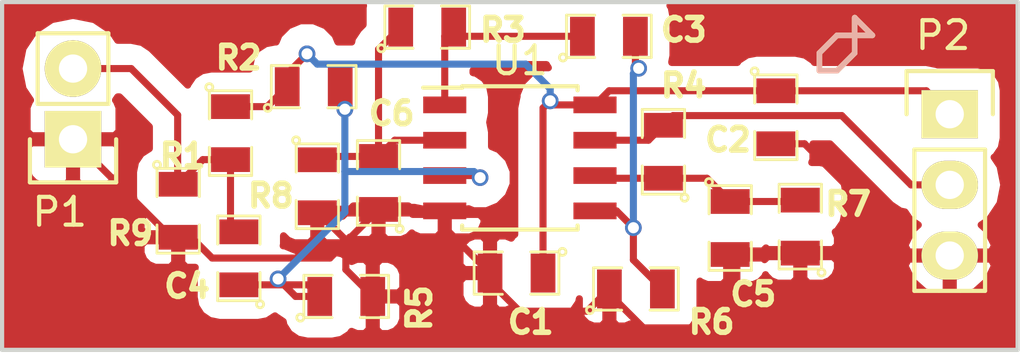
<source format=kicad_pcb>
(kicad_pcb (version 4) (host pcbnew 4.0.4+e1-6308~48~ubuntu16.04.1-stable)

  (general
    (links 34)
    (no_connects 0)
    (area 113.424999 98.334469 150.361619 111.4604)
    (thickness 1.6)
    (drawings 21)
    (tracks 108)
    (zones 0)
    (modules 18)
    (nets 10)
  )

  (page A4)
  (layers
    (0 F.Cu signal)
    (31 B.Cu signal)
    (32 B.Adhes user)
    (33 F.Adhes user)
    (34 B.Paste user)
    (35 F.Paste user)
    (36 B.SilkS user)
    (37 F.SilkS user)
    (38 B.Mask user)
    (39 F.Mask user)
    (40 Dwgs.User user)
    (41 Cmts.User user)
    (42 Eco1.User user)
    (43 Eco2.User user)
    (44 Edge.Cuts user)
    (45 Margin user)
    (46 B.CrtYd user)
    (47 F.CrtYd user)
    (48 B.Fab user)
    (49 F.Fab user)
  )

  (setup
    (last_trace_width 0.254)
    (trace_clearance 0.254)
    (zone_clearance 0.762)
    (zone_45_only no)
    (trace_min 0.2)
    (segment_width 0.2)
    (edge_width 0.15)
    (via_size 0.6)
    (via_drill 0.4)
    (via_min_size 0.4)
    (via_min_drill 0.3)
    (uvia_size 0.3)
    (uvia_drill 0.1)
    (uvias_allowed no)
    (uvia_min_size 0)
    (uvia_min_drill 0)
    (pcb_text_width 0.3)
    (pcb_text_size 1.5 1.5)
    (mod_edge_width 0.15)
    (mod_text_size 1 1)
    (mod_text_width 0.15)
    (pad_size 1.524 1.524)
    (pad_drill 0.762)
    (pad_to_mask_clearance 0.2)
    (aux_axis_origin 0 0)
    (visible_elements FFFFFF7F)
    (pcbplotparams
      (layerselection 0x010f8_80000001)
      (usegerberextensions false)
      (excludeedgelayer true)
      (linewidth 0.100000)
      (plotframeref false)
      (viasonmask false)
      (mode 1)
      (useauxorigin false)
      (hpglpennumber 1)
      (hpglpenspeed 20)
      (hpglpendiameter 15)
      (hpglpenoverlay 2)
      (psnegative false)
      (psa4output false)
      (plotreference true)
      (plotvalue true)
      (plotinvisibletext false)
      (padsonsilk false)
      (subtractmaskfromsilk false)
      (outputformat 1)
      (mirror false)
      (drillshape 0)
      (scaleselection 1)
      (outputdirectory vivefront))
  )

  (net 0 "")
  (net 1 +5V)
  (net 2 GND)
  (net 3 "Net-(C3-Pad1)")
  (net 4 "Net-(C3-Pad2)")
  (net 5 "Net-(C4-Pad1)")
  (net 6 "Net-(C4-Pad2)")
  (net 7 "Net-(C5-Pad1)")
  (net 8 "Net-(C6-Pad2)")
  (net 9 "Net-(P2-Pad2)")

  (net_class Default "This is the default net class."
    (clearance 0.254)
    (trace_width 0.254)
    (via_dia 0.6)
    (via_drill 0.4)
    (uvia_dia 0.3)
    (uvia_drill 0.1)
    (add_net +5V)
    (add_net GND)
    (add_net "Net-(C3-Pad1)")
    (add_net "Net-(C3-Pad2)")
    (add_net "Net-(C4-Pad1)")
    (add_net "Net-(C4-Pad2)")
    (add_net "Net-(C5-Pad1)")
    (add_net "Net-(C6-Pad2)")
    (add_net "Net-(P2-Pad2)")
  )

  (module SM0805 (layer F.Cu) (tedit 587DC488) (tstamp 588A99F7)
    (at 131.99 108.24 180)
    (path /587DCE00)
    (attr smd)
    (fp_text reference C1 (at -0.51 -1.76 360) (layer F.SilkS)
      (effects (font (size 0.8128 0.8128) (thickness 0.2032)))
    )
    (fp_text value C (at -0.55 1.72 270) (layer Eco2.User)
      (effects (font (size 0.8128 0.8128) (thickness 0.2032)))
    )
    (fp_circle (center -1.651 0.762) (end -1.651 0.635) (layer F.SilkS) (width 0.09906))
    (fp_line (start -0.508 0.762) (end -1.524 0.762) (layer F.SilkS) (width 0.09906))
    (fp_line (start -1.524 0.762) (end -1.524 -0.762) (layer F.SilkS) (width 0.09906))
    (fp_line (start -1.524 -0.762) (end -0.508 -0.762) (layer F.SilkS) (width 0.09906))
    (fp_line (start 0.508 -0.762) (end 1.524 -0.762) (layer F.SilkS) (width 0.09906))
    (fp_line (start 1.524 -0.762) (end 1.524 0.762) (layer F.SilkS) (width 0.09906))
    (fp_line (start 1.524 0.762) (end 0.508 0.762) (layer F.SilkS) (width 0.09906))
    (pad 1 smd rect (at -0.9525 0 180) (size 0.889 1.397) (layers F.Cu F.Paste F.Mask)
      (net 1 +5V))
    (pad 2 smd rect (at 0.9525 0 180) (size 0.889 1.397) (layers F.Cu F.Paste F.Mask)
      (net 2 GND))
    (model smd/chip_cms.wrl
      (at (xyz 0 0 0))
      (scale (xyz 0.1 0.1 0.1))
      (rotate (xyz 0 0 0))
    )
  )

  (module SM0805 (layer F.Cu) (tedit 57CB2219) (tstamp 588A9A04)
    (at 141.31 102.64 270)
    (path /587DCE60)
    (attr smd)
    (fp_text reference C2 (at 0.81 1.72 360) (layer F.SilkS)
      (effects (font (size 0.8128 0.8128) (thickness 0.2032)))
    )
    (fp_text value C (at -0.55 1.72 360) (layer Eco2.User)
      (effects (font (size 0.8128 0.8128) (thickness 0.2032)))
    )
    (fp_circle (center -1.651 0.762) (end -1.651 0.635) (layer F.SilkS) (width 0.09906))
    (fp_line (start -0.508 0.762) (end -1.524 0.762) (layer F.SilkS) (width 0.09906))
    (fp_line (start -1.524 0.762) (end -1.524 -0.762) (layer F.SilkS) (width 0.09906))
    (fp_line (start -1.524 -0.762) (end -0.508 -0.762) (layer F.SilkS) (width 0.09906))
    (fp_line (start 0.508 -0.762) (end 1.524 -0.762) (layer F.SilkS) (width 0.09906))
    (fp_line (start 1.524 -0.762) (end 1.524 0.762) (layer F.SilkS) (width 0.09906))
    (fp_line (start 1.524 0.762) (end 0.508 0.762) (layer F.SilkS) (width 0.09906))
    (pad 1 smd rect (at -0.9525 0 270) (size 0.889 1.397) (layers F.Cu F.Paste F.Mask)
      (net 1 +5V))
    (pad 2 smd rect (at 0.9525 0 270) (size 0.889 1.397) (layers F.Cu F.Paste F.Mask)
      (net 2 GND))
    (model smd/chip_cms.wrl
      (at (xyz 0 0 0))
      (scale (xyz 0.1 0.1 0.1))
      (rotate (xyz 0 0 0))
    )
  )

  (module SM0805 (layer F.Cu) (tedit 587DC496) (tstamp 588A9A11)
    (at 135.31 99.73)
    (path /587DCBC2)
    (attr smd)
    (fp_text reference C3 (at 2.69 -0.23 180) (layer F.SilkS)
      (effects (font (size 0.8128 0.8128) (thickness 0.2032)))
    )
    (fp_text value C (at -0.55 1.72 90) (layer Eco2.User)
      (effects (font (size 0.8128 0.8128) (thickness 0.2032)))
    )
    (fp_circle (center -1.651 0.762) (end -1.651 0.635) (layer F.SilkS) (width 0.09906))
    (fp_line (start -0.508 0.762) (end -1.524 0.762) (layer F.SilkS) (width 0.09906))
    (fp_line (start -1.524 0.762) (end -1.524 -0.762) (layer F.SilkS) (width 0.09906))
    (fp_line (start -1.524 -0.762) (end -0.508 -0.762) (layer F.SilkS) (width 0.09906))
    (fp_line (start 0.508 -0.762) (end 1.524 -0.762) (layer F.SilkS) (width 0.09906))
    (fp_line (start 1.524 -0.762) (end 1.524 0.762) (layer F.SilkS) (width 0.09906))
    (fp_line (start 1.524 0.762) (end 0.508 0.762) (layer F.SilkS) (width 0.09906))
    (pad 1 smd rect (at -0.9525 0) (size 0.889 1.397) (layers F.Cu F.Paste F.Mask)
      (net 3 "Net-(C3-Pad1)"))
    (pad 2 smd rect (at 0.9525 0) (size 0.889 1.397) (layers F.Cu F.Paste F.Mask)
      (net 4 "Net-(C3-Pad2)"))
    (model smd/chip_cms.wrl
      (at (xyz 0 0 0))
      (scale (xyz 0.1 0.1 0.1))
      (rotate (xyz 0 0 0))
    )
  )

  (module SM0805 (layer F.Cu) (tedit 587DC3E7) (tstamp 588A9A1E)
    (at 122.01 107.71 90)
    (path /587DC404)
    (attr smd)
    (fp_text reference C4 (at -1 -1.86 180) (layer F.SilkS)
      (effects (font (size 0.8128 0.8128) (thickness 0.2032)))
    )
    (fp_text value C (at -0.55 1.72 180) (layer Eco2.User)
      (effects (font (size 0.8128 0.8128) (thickness 0.2032)))
    )
    (fp_circle (center -1.651 0.762) (end -1.651 0.635) (layer F.SilkS) (width 0.09906))
    (fp_line (start -0.508 0.762) (end -1.524 0.762) (layer F.SilkS) (width 0.09906))
    (fp_line (start -1.524 0.762) (end -1.524 -0.762) (layer F.SilkS) (width 0.09906))
    (fp_line (start -1.524 -0.762) (end -0.508 -0.762) (layer F.SilkS) (width 0.09906))
    (fp_line (start 0.508 -0.762) (end 1.524 -0.762) (layer F.SilkS) (width 0.09906))
    (fp_line (start 1.524 -0.762) (end 1.524 0.762) (layer F.SilkS) (width 0.09906))
    (fp_line (start 1.524 0.762) (end 0.508 0.762) (layer F.SilkS) (width 0.09906))
    (pad 1 smd rect (at -0.9525 0 90) (size 0.889 1.397) (layers F.Cu F.Paste F.Mask)
      (net 5 "Net-(C4-Pad1)"))
    (pad 2 smd rect (at 0.9525 0 90) (size 0.889 1.397) (layers F.Cu F.Paste F.Mask)
      (net 6 "Net-(C4-Pad2)"))
    (model smd/chip_cms.wrl
      (at (xyz 0 0 0))
      (scale (xyz 0.1 0.1 0.1))
      (rotate (xyz 0 0 0))
    )
  )

  (module SM0805 (layer F.Cu) (tedit 587DC48D) (tstamp 588A9A2B)
    (at 139.67 106.62 270)
    (path /587DD379)
    (attr smd)
    (fp_text reference C5 (at 2.38 -0.83 360) (layer F.SilkS)
      (effects (font (size 0.8128 0.8128) (thickness 0.2032)))
    )
    (fp_text value C (at -0.55 1.72 360) (layer Eco2.User)
      (effects (font (size 0.8128 0.8128) (thickness 0.2032)))
    )
    (fp_circle (center -1.651 0.762) (end -1.651 0.635) (layer F.SilkS) (width 0.09906))
    (fp_line (start -0.508 0.762) (end -1.524 0.762) (layer F.SilkS) (width 0.09906))
    (fp_line (start -1.524 0.762) (end -1.524 -0.762) (layer F.SilkS) (width 0.09906))
    (fp_line (start -1.524 -0.762) (end -0.508 -0.762) (layer F.SilkS) (width 0.09906))
    (fp_line (start 0.508 -0.762) (end 1.524 -0.762) (layer F.SilkS) (width 0.09906))
    (fp_line (start 1.524 -0.762) (end 1.524 0.762) (layer F.SilkS) (width 0.09906))
    (fp_line (start 1.524 0.762) (end 0.508 0.762) (layer F.SilkS) (width 0.09906))
    (pad 1 smd rect (at -0.9525 0 270) (size 0.889 1.397) (layers F.Cu F.Paste F.Mask)
      (net 7 "Net-(C5-Pad1)"))
    (pad 2 smd rect (at 0.9525 0 270) (size 0.889 1.397) (layers F.Cu F.Paste F.Mask)
      (net 2 GND))
    (model smd/chip_cms.wrl
      (at (xyz 0 0 0))
      (scale (xyz 0.1 0.1 0.1))
      (rotate (xyz 0 0 0))
    )
  )

  (module SM0805 (layer F.Cu) (tedit 587DC49D) (tstamp 588A9A38)
    (at 127.03 105 90)
    (path /587DC8CB)
    (attr smd)
    (fp_text reference C6 (at 2.5 0.47 180) (layer F.SilkS)
      (effects (font (size 0.8128 0.8128) (thickness 0.2032)))
    )
    (fp_text value C (at -0.55 1.72 180) (layer Eco2.User)
      (effects (font (size 0.8128 0.8128) (thickness 0.2032)))
    )
    (fp_circle (center -1.651 0.762) (end -1.651 0.635) (layer F.SilkS) (width 0.09906))
    (fp_line (start -0.508 0.762) (end -1.524 0.762) (layer F.SilkS) (width 0.09906))
    (fp_line (start -1.524 0.762) (end -1.524 -0.762) (layer F.SilkS) (width 0.09906))
    (fp_line (start -1.524 -0.762) (end -0.508 -0.762) (layer F.SilkS) (width 0.09906))
    (fp_line (start 0.508 -0.762) (end 1.524 -0.762) (layer F.SilkS) (width 0.09906))
    (fp_line (start 1.524 -0.762) (end 1.524 0.762) (layer F.SilkS) (width 0.09906))
    (fp_line (start 1.524 0.762) (end 0.508 0.762) (layer F.SilkS) (width 0.09906))
    (pad 1 smd rect (at -0.9525 0 90) (size 0.889 1.397) (layers F.Cu F.Paste F.Mask)
      (net 2 GND))
    (pad 2 smd rect (at 0.9525 0 90) (size 0.889 1.397) (layers F.Cu F.Paste F.Mask)
      (net 8 "Net-(C6-Pad2)"))
    (model smd/chip_cms.wrl
      (at (xyz 0 0 0))
      (scale (xyz 0.1 0.1 0.1))
      (rotate (xyz 0 0 0))
    )
  )

  (module Pin_Header_Straight_1x02 (layer F.Cu) (tedit 587DC4D0) (tstamp 588A9A49)
    (at 116.05 103.43 180)
    (descr "Through hole pin header")
    (tags "pin header")
    (path /587DC1AA)
    (fp_text reference P1 (at 0.48 -2.615 180) (layer F.SilkS)
      (effects (font (size 1 1) (thickness 0.15)))
    )
    (fp_text value PD (at 0 -3.1 180) (layer F.Fab)
      (effects (font (size 1 1) (thickness 0.15)))
    )
    (fp_line (start 1.27 1.27) (end 1.27 3.81) (layer F.SilkS) (width 0.15))
    (fp_line (start 1.55 -1.55) (end 1.55 0) (layer F.SilkS) (width 0.15))
    (fp_line (start -1.75 -1.75) (end -1.75 4.3) (layer F.CrtYd) (width 0.05))
    (fp_line (start 1.75 -1.75) (end 1.75 4.3) (layer F.CrtYd) (width 0.05))
    (fp_line (start -1.75 -1.75) (end 1.75 -1.75) (layer F.CrtYd) (width 0.05))
    (fp_line (start -1.75 4.3) (end 1.75 4.3) (layer F.CrtYd) (width 0.05))
    (fp_line (start 1.27 1.27) (end -1.27 1.27) (layer F.SilkS) (width 0.15))
    (fp_line (start -1.55 0) (end -1.55 -1.55) (layer F.SilkS) (width 0.15))
    (fp_line (start -1.55 -1.55) (end 1.55 -1.55) (layer F.SilkS) (width 0.15))
    (fp_line (start -1.27 1.27) (end -1.27 3.81) (layer F.SilkS) (width 0.15))
    (fp_line (start -1.27 3.81) (end 1.27 3.81) (layer F.SilkS) (width 0.15))
    (pad 1 thru_hole rect (at 0 0 180) (size 2.032 2.032) (drill 1.016) (layers *.Cu *.Mask F.SilkS)
      (net 2 GND))
    (pad 2 thru_hole oval (at 0 2.54 180) (size 2.032 2.032) (drill 1.016) (layers *.Cu *.Mask F.SilkS)
      (net 6 "Net-(C4-Pad2)"))
    (model Pin_Headers.3dshapes/Pin_Header_Straight_1x02.wrl
      (at (xyz 0 -0.05 0))
      (scale (xyz 1 1 1))
      (rotate (xyz 0 0 90))
    )
  )

  (module SM0805 (layer F.Cu) (tedit 57CB2219) (tstamp 588A9A56)
    (at 121.71 103.21 270)
    (path /587DC207)
    (attr smd)
    (fp_text reference R1 (at 0.81 1.72 360) (layer F.SilkS)
      (effects (font (size 0.8128 0.8128) (thickness 0.2032)))
    )
    (fp_text value R (at -0.55 1.72 360) (layer Eco2.User)
      (effects (font (size 0.8128 0.8128) (thickness 0.2032)))
    )
    (fp_circle (center -1.651 0.762) (end -1.651 0.635) (layer F.SilkS) (width 0.09906))
    (fp_line (start -0.508 0.762) (end -1.524 0.762) (layer F.SilkS) (width 0.09906))
    (fp_line (start -1.524 0.762) (end -1.524 -0.762) (layer F.SilkS) (width 0.09906))
    (fp_line (start -1.524 -0.762) (end -0.508 -0.762) (layer F.SilkS) (width 0.09906))
    (fp_line (start 0.508 -0.762) (end 1.524 -0.762) (layer F.SilkS) (width 0.09906))
    (fp_line (start 1.524 -0.762) (end 1.524 0.762) (layer F.SilkS) (width 0.09906))
    (fp_line (start 1.524 0.762) (end 0.508 0.762) (layer F.SilkS) (width 0.09906))
    (pad 1 smd rect (at -0.9525 0 270) (size 0.889 1.397) (layers F.Cu F.Paste F.Mask)
      (net 1 +5V))
    (pad 2 smd rect (at 0.9525 0 270) (size 0.889 1.397) (layers F.Cu F.Paste F.Mask)
      (net 6 "Net-(C4-Pad2)"))
    (model smd/chip_cms.wrl
      (at (xyz 0 0 0))
      (scale (xyz 0.1 0.1 0.1))
      (rotate (xyz 0 0 0))
    )
  )

  (module SM0805 (layer F.Cu) (tedit 587DC4A0) (tstamp 588A9A63)
    (at 124.7 101.54)
    (path /587DC3BE)
    (attr smd)
    (fp_text reference R2 (at -2.7 -1.04 180) (layer F.SilkS)
      (effects (font (size 0.8128 0.8128) (thickness 0.2032)))
    )
    (fp_text value R (at -0.55 1.72 90) (layer Eco2.User)
      (effects (font (size 0.8128 0.8128) (thickness 0.2032)))
    )
    (fp_circle (center -1.651 0.762) (end -1.651 0.635) (layer F.SilkS) (width 0.09906))
    (fp_line (start -0.508 0.762) (end -1.524 0.762) (layer F.SilkS) (width 0.09906))
    (fp_line (start -1.524 0.762) (end -1.524 -0.762) (layer F.SilkS) (width 0.09906))
    (fp_line (start -1.524 -0.762) (end -0.508 -0.762) (layer F.SilkS) (width 0.09906))
    (fp_line (start 0.508 -0.762) (end 1.524 -0.762) (layer F.SilkS) (width 0.09906))
    (fp_line (start 1.524 -0.762) (end 1.524 0.762) (layer F.SilkS) (width 0.09906))
    (fp_line (start 1.524 0.762) (end 0.508 0.762) (layer F.SilkS) (width 0.09906))
    (pad 1 smd rect (at -0.9525 0) (size 0.889 1.397) (layers F.Cu F.Paste F.Mask)
      (net 1 +5V))
    (pad 2 smd rect (at 0.9525 0) (size 0.889 1.397) (layers F.Cu F.Paste F.Mask)
      (net 5 "Net-(C4-Pad1)"))
    (model smd/chip_cms.wrl
      (at (xyz 0 0 0))
      (scale (xyz 0.1 0.1 0.1))
      (rotate (xyz 0 0 0))
    )
  )

  (module SM0805 (layer F.Cu) (tedit 587DC499) (tstamp 588A9A70)
    (at 128.78 99.4)
    (path /587DC670)
    (attr smd)
    (fp_text reference R3 (at 2.72 0.1 180) (layer F.SilkS)
      (effects (font (size 0.8128 0.8128) (thickness 0.2032)))
    )
    (fp_text value R (at -0.55 1.72 90) (layer Eco2.User)
      (effects (font (size 0.8128 0.8128) (thickness 0.2032)))
    )
    (fp_circle (center -1.651 0.762) (end -1.651 0.635) (layer F.SilkS) (width 0.09906))
    (fp_line (start -0.508 0.762) (end -1.524 0.762) (layer F.SilkS) (width 0.09906))
    (fp_line (start -1.524 0.762) (end -1.524 -0.762) (layer F.SilkS) (width 0.09906))
    (fp_line (start -1.524 -0.762) (end -0.508 -0.762) (layer F.SilkS) (width 0.09906))
    (fp_line (start 0.508 -0.762) (end 1.524 -0.762) (layer F.SilkS) (width 0.09906))
    (fp_line (start 1.524 -0.762) (end 1.524 0.762) (layer F.SilkS) (width 0.09906))
    (fp_line (start 1.524 0.762) (end 0.508 0.762) (layer F.SilkS) (width 0.09906))
    (pad 1 smd rect (at -0.9525 0) (size 0.889 1.397) (layers F.Cu F.Paste F.Mask)
      (net 8 "Net-(C6-Pad2)"))
    (pad 2 smd rect (at 0.9525 0) (size 0.889 1.397) (layers F.Cu F.Paste F.Mask)
      (net 3 "Net-(C3-Pad1)"))
    (model smd/chip_cms.wrl
      (at (xyz 0 0 0))
      (scale (xyz 0.1 0.1 0.1))
      (rotate (xyz 0 0 0))
    )
  )

  (module SM0805 (layer F.Cu) (tedit 587DC493) (tstamp 588A9A7D)
    (at 137.27 103.88 90)
    (path /587DD2BD)
    (attr smd)
    (fp_text reference R4 (at 2.38 0.73 180) (layer F.SilkS)
      (effects (font (size 0.8128 0.8128) (thickness 0.2032)))
    )
    (fp_text value R (at -0.55 1.72 180) (layer Eco2.User)
      (effects (font (size 0.8128 0.8128) (thickness 0.2032)))
    )
    (fp_circle (center -1.651 0.762) (end -1.651 0.635) (layer F.SilkS) (width 0.09906))
    (fp_line (start -0.508 0.762) (end -1.524 0.762) (layer F.SilkS) (width 0.09906))
    (fp_line (start -1.524 0.762) (end -1.524 -0.762) (layer F.SilkS) (width 0.09906))
    (fp_line (start -1.524 -0.762) (end -0.508 -0.762) (layer F.SilkS) (width 0.09906))
    (fp_line (start 0.508 -0.762) (end 1.524 -0.762) (layer F.SilkS) (width 0.09906))
    (fp_line (start 1.524 -0.762) (end 1.524 0.762) (layer F.SilkS) (width 0.09906))
    (fp_line (start 1.524 0.762) (end 0.508 0.762) (layer F.SilkS) (width 0.09906))
    (pad 1 smd rect (at -0.9525 0 90) (size 0.889 1.397) (layers F.Cu F.Paste F.Mask)
      (net 7 "Net-(C5-Pad1)"))
    (pad 2 smd rect (at 0.9525 0 90) (size 0.889 1.397) (layers F.Cu F.Paste F.Mask)
      (net 9 "Net-(P2-Pad2)"))
    (model smd/chip_cms.wrl
      (at (xyz 0 0 0))
      (scale (xyz 0.1 0.1 0.1))
      (rotate (xyz 0 0 0))
    )
  )

  (module SM0805 (layer F.Cu) (tedit 587DC484) (tstamp 588A9A8A)
    (at 125.87 109.08)
    (path /587DC45C)
    (attr smd)
    (fp_text reference R5 (at 2.63 0.42 90) (layer F.SilkS)
      (effects (font (size 0.8128 0.8128) (thickness 0.2032)))
    )
    (fp_text value R (at -0.55 1.72 90) (layer Eco2.User)
      (effects (font (size 0.8128 0.8128) (thickness 0.2032)))
    )
    (fp_circle (center -1.651 0.762) (end -1.651 0.635) (layer F.SilkS) (width 0.09906))
    (fp_line (start -0.508 0.762) (end -1.524 0.762) (layer F.SilkS) (width 0.09906))
    (fp_line (start -1.524 0.762) (end -1.524 -0.762) (layer F.SilkS) (width 0.09906))
    (fp_line (start -1.524 -0.762) (end -0.508 -0.762) (layer F.SilkS) (width 0.09906))
    (fp_line (start 0.508 -0.762) (end 1.524 -0.762) (layer F.SilkS) (width 0.09906))
    (fp_line (start 1.524 -0.762) (end 1.524 0.762) (layer F.SilkS) (width 0.09906))
    (fp_line (start 1.524 0.762) (end 0.508 0.762) (layer F.SilkS) (width 0.09906))
    (pad 1 smd rect (at -0.9525 0) (size 0.889 1.397) (layers F.Cu F.Paste F.Mask)
      (net 5 "Net-(C4-Pad1)"))
    (pad 2 smd rect (at 0.9525 0) (size 0.889 1.397) (layers F.Cu F.Paste F.Mask)
      (net 2 GND))
    (model smd/chip_cms.wrl
      (at (xyz 0 0 0))
      (scale (xyz 0.1 0.1 0.1))
      (rotate (xyz 0 0 0))
    )
  )

  (module SM0805 (layer F.Cu) (tedit 587DC48B) (tstamp 588A9A97)
    (at 136.28 108.81)
    (path /587DCAFB)
    (attr smd)
    (fp_text reference R6 (at 2.72 1.19 180) (layer F.SilkS)
      (effects (font (size 0.8128 0.8128) (thickness 0.2032)))
    )
    (fp_text value R (at -0.55 1.72 90) (layer Eco2.User)
      (effects (font (size 0.8128 0.8128) (thickness 0.2032)))
    )
    (fp_circle (center -1.651 0.762) (end -1.651 0.635) (layer F.SilkS) (width 0.09906))
    (fp_line (start -0.508 0.762) (end -1.524 0.762) (layer F.SilkS) (width 0.09906))
    (fp_line (start -1.524 0.762) (end -1.524 -0.762) (layer F.SilkS) (width 0.09906))
    (fp_line (start -1.524 -0.762) (end -0.508 -0.762) (layer F.SilkS) (width 0.09906))
    (fp_line (start 0.508 -0.762) (end 1.524 -0.762) (layer F.SilkS) (width 0.09906))
    (fp_line (start 1.524 -0.762) (end 1.524 0.762) (layer F.SilkS) (width 0.09906))
    (fp_line (start 1.524 0.762) (end 0.508 0.762) (layer F.SilkS) (width 0.09906))
    (pad 1 smd rect (at -0.9525 0) (size 0.889 1.397) (layers F.Cu F.Paste F.Mask)
      (net 2 GND))
    (pad 2 smd rect (at 0.9525 0) (size 0.889 1.397) (layers F.Cu F.Paste F.Mask)
      (net 4 "Net-(C3-Pad2)"))
    (model smd/chip_cms.wrl
      (at (xyz 0 0 0))
      (scale (xyz 0.1 0.1 0.1))
      (rotate (xyz 0 0 0))
    )
  )

  (module SM0805 (layer F.Cu) (tedit 57CB2219) (tstamp 588A9AA4)
    (at 142.19 106.57 90)
    (path /587DD486)
    (attr smd)
    (fp_text reference R7 (at 0.81 1.72 180) (layer F.SilkS)
      (effects (font (size 0.8128 0.8128) (thickness 0.2032)))
    )
    (fp_text value R (at -0.55 1.72 180) (layer Eco2.User)
      (effects (font (size 0.8128 0.8128) (thickness 0.2032)))
    )
    (fp_circle (center -1.651 0.762) (end -1.651 0.635) (layer F.SilkS) (width 0.09906))
    (fp_line (start -0.508 0.762) (end -1.524 0.762) (layer F.SilkS) (width 0.09906))
    (fp_line (start -1.524 0.762) (end -1.524 -0.762) (layer F.SilkS) (width 0.09906))
    (fp_line (start -1.524 -0.762) (end -0.508 -0.762) (layer F.SilkS) (width 0.09906))
    (fp_line (start 0.508 -0.762) (end 1.524 -0.762) (layer F.SilkS) (width 0.09906))
    (fp_line (start 1.524 -0.762) (end 1.524 0.762) (layer F.SilkS) (width 0.09906))
    (fp_line (start 1.524 0.762) (end 0.508 0.762) (layer F.SilkS) (width 0.09906))
    (pad 1 smd rect (at -0.9525 0 90) (size 0.889 1.397) (layers F.Cu F.Paste F.Mask)
      (net 2 GND))
    (pad 2 smd rect (at 0.9525 0 90) (size 0.889 1.397) (layers F.Cu F.Paste F.Mask)
      (net 7 "Net-(C5-Pad1)"))
    (model smd/chip_cms.wrl
      (at (xyz 0 0 0))
      (scale (xyz 0.1 0.1 0.1))
      (rotate (xyz 0 0 0))
    )
  )

  (module SM0805 (layer F.Cu) (tedit 587DC3E8) (tstamp 588A9AB1)
    (at 124.83 105.12 270)
    (path /587DC787)
    (attr smd)
    (fp_text reference R8 (at 0.34 1.67 360) (layer F.SilkS)
      (effects (font (size 0.8128 0.8128) (thickness 0.2032)))
    )
    (fp_text value R (at -0.55 1.72 360) (layer Eco2.User)
      (effects (font (size 0.8128 0.8128) (thickness 0.2032)))
    )
    (fp_circle (center -1.651 0.762) (end -1.651 0.635) (layer F.SilkS) (width 0.09906))
    (fp_line (start -0.508 0.762) (end -1.524 0.762) (layer F.SilkS) (width 0.09906))
    (fp_line (start -1.524 0.762) (end -1.524 -0.762) (layer F.SilkS) (width 0.09906))
    (fp_line (start -1.524 -0.762) (end -0.508 -0.762) (layer F.SilkS) (width 0.09906))
    (fp_line (start 0.508 -0.762) (end 1.524 -0.762) (layer F.SilkS) (width 0.09906))
    (fp_line (start 1.524 -0.762) (end 1.524 0.762) (layer F.SilkS) (width 0.09906))
    (fp_line (start 1.524 0.762) (end 0.508 0.762) (layer F.SilkS) (width 0.09906))
    (pad 1 smd rect (at -0.9525 0 270) (size 0.889 1.397) (layers F.Cu F.Paste F.Mask)
      (net 8 "Net-(C6-Pad2)"))
    (pad 2 smd rect (at 0.9525 0 270) (size 0.889 1.397) (layers F.Cu F.Paste F.Mask)
      (net 2 GND))
    (model smd/chip_cms.wrl
      (at (xyz 0 0 0))
      (scale (xyz 0.1 0.1 0.1))
      (rotate (xyz 0 0 0))
    )
  )

  (module SOIC-8_3.9x4.9mm_Pitch1.27mm (layer F.Cu) (tedit 54130A77) (tstamp 588A9ACD)
    (at 132.11 104.1)
    (descr "8-Lead Plastic Small Outline (SN) - Narrow, 3.90 mm Body [SOIC] (see Microchip Packaging Specification 00000049BS.pdf)")
    (tags "SOIC 1.27")
    (path /587DC14D)
    (attr smd)
    (fp_text reference U1 (at 0 -3.5) (layer F.SilkS)
      (effects (font (size 1 1) (thickness 0.15)))
    )
    (fp_text value DUALOPAMP (at 0 3.5) (layer F.Fab)
      (effects (font (size 1 1) (thickness 0.15)))
    )
    (fp_line (start -0.95 -2.45) (end 1.95 -2.45) (layer F.Fab) (width 0.15))
    (fp_line (start 1.95 -2.45) (end 1.95 2.45) (layer F.Fab) (width 0.15))
    (fp_line (start 1.95 2.45) (end -1.95 2.45) (layer F.Fab) (width 0.15))
    (fp_line (start -1.95 2.45) (end -1.95 -1.45) (layer F.Fab) (width 0.15))
    (fp_line (start -1.95 -1.45) (end -0.95 -2.45) (layer F.Fab) (width 0.15))
    (fp_line (start -3.75 -2.75) (end -3.75 2.75) (layer F.CrtYd) (width 0.05))
    (fp_line (start 3.75 -2.75) (end 3.75 2.75) (layer F.CrtYd) (width 0.05))
    (fp_line (start -3.75 -2.75) (end 3.75 -2.75) (layer F.CrtYd) (width 0.05))
    (fp_line (start -3.75 2.75) (end 3.75 2.75) (layer F.CrtYd) (width 0.05))
    (fp_line (start -2.075 -2.575) (end -2.075 -2.525) (layer F.SilkS) (width 0.15))
    (fp_line (start 2.075 -2.575) (end 2.075 -2.43) (layer F.SilkS) (width 0.15))
    (fp_line (start 2.075 2.575) (end 2.075 2.43) (layer F.SilkS) (width 0.15))
    (fp_line (start -2.075 2.575) (end -2.075 2.43) (layer F.SilkS) (width 0.15))
    (fp_line (start -2.075 -2.575) (end 2.075 -2.575) (layer F.SilkS) (width 0.15))
    (fp_line (start -2.075 2.575) (end 2.075 2.575) (layer F.SilkS) (width 0.15))
    (fp_line (start -2.075 -2.525) (end -3.475 -2.525) (layer F.SilkS) (width 0.15))
    (pad 1 smd rect (at -2.7 -1.905) (size 1.55 0.6) (layers F.Cu F.Paste F.Mask)
      (net 3 "Net-(C3-Pad1)"))
    (pad 2 smd rect (at -2.7 -0.635) (size 1.55 0.6) (layers F.Cu F.Paste F.Mask)
      (net 8 "Net-(C6-Pad2)"))
    (pad 3 smd rect (at -2.7 0.635) (size 1.55 0.6) (layers F.Cu F.Paste F.Mask)
      (net 5 "Net-(C4-Pad1)"))
    (pad 4 smd rect (at -2.7 1.905) (size 1.55 0.6) (layers F.Cu F.Paste F.Mask)
      (net 2 GND))
    (pad 5 smd rect (at 2.7 1.905) (size 1.55 0.6) (layers F.Cu F.Paste F.Mask)
      (net 4 "Net-(C3-Pad2)"))
    (pad 6 smd rect (at 2.7 0.635) (size 1.55 0.6) (layers F.Cu F.Paste F.Mask)
      (net 7 "Net-(C5-Pad1)"))
    (pad 7 smd rect (at 2.7 -0.635) (size 1.55 0.6) (layers F.Cu F.Paste F.Mask)
      (net 9 "Net-(P2-Pad2)"))
    (pad 8 smd rect (at 2.7 -1.905) (size 1.55 0.6) (layers F.Cu F.Paste F.Mask)
      (net 1 +5V))
    (model Housings_SOIC.3dshapes/SOIC-8_3.9x4.9mm_Pitch1.27mm.wrl
      (at (xyz 0 0 0))
      (scale (xyz 1 1 1))
      (rotate (xyz 0 0 0))
    )
  )

  (module Pin_Header_Straight_1x03 (layer F.Cu) (tedit 587DC4CC) (tstamp 588DCE26)
    (at 147.56 102.53)
    (descr "Through hole pin header")
    (tags "pin header")
    (path /587DDF76)
    (fp_text reference P2 (at -0.24 -2.835) (layer F.SilkS)
      (effects (font (size 1 1) (thickness 0.15)))
    )
    (fp_text value POWER (at 0 -3.1) (layer F.Fab)
      (effects (font (size 1 1) (thickness 0.15)))
    )
    (fp_line (start -1.75 -1.75) (end -1.75 6.85) (layer F.CrtYd) (width 0.05))
    (fp_line (start 1.75 -1.75) (end 1.75 6.85) (layer F.CrtYd) (width 0.05))
    (fp_line (start -1.75 -1.75) (end 1.75 -1.75) (layer F.CrtYd) (width 0.05))
    (fp_line (start -1.75 6.85) (end 1.75 6.85) (layer F.CrtYd) (width 0.05))
    (fp_line (start -1.27 1.27) (end -1.27 6.35) (layer F.SilkS) (width 0.15))
    (fp_line (start -1.27 6.35) (end 1.27 6.35) (layer F.SilkS) (width 0.15))
    (fp_line (start 1.27 6.35) (end 1.27 1.27) (layer F.SilkS) (width 0.15))
    (fp_line (start 1.55 -1.55) (end 1.55 0) (layer F.SilkS) (width 0.15))
    (fp_line (start 1.27 1.27) (end -1.27 1.27) (layer F.SilkS) (width 0.15))
    (fp_line (start -1.55 0) (end -1.55 -1.55) (layer F.SilkS) (width 0.15))
    (fp_line (start -1.55 -1.55) (end 1.55 -1.55) (layer F.SilkS) (width 0.15))
    (pad 1 thru_hole rect (at 0 0) (size 2.032 1.7272) (drill 1.016) (layers *.Cu *.Mask F.SilkS)
      (net 1 +5V))
    (pad 2 thru_hole oval (at 0 2.54) (size 2.032 1.7272) (drill 1.016) (layers *.Cu *.Mask F.SilkS)
      (net 9 "Net-(P2-Pad2)"))
    (pad 3 thru_hole oval (at 0 5.08) (size 2.032 1.7272) (drill 1.016) (layers *.Cu *.Mask F.SilkS)
      (net 2 GND))
    (model Pin_Headers.3dshapes/Pin_Header_Straight_1x03.wrl
      (at (xyz 0 -0.1 0))
      (scale (xyz 1 1 1))
      (rotate (xyz 0 0 90))
    )
  )

  (module SM0805 (layer F.Cu) (tedit 57CB2219) (tstamp 588DCE33)
    (at 119.83 106 270)
    (path /587DE155)
    (attr smd)
    (fp_text reference R9 (at 0.81 1.72 360) (layer F.SilkS)
      (effects (font (size 0.8128 0.8128) (thickness 0.2032)))
    )
    (fp_text value R (at -0.55 1.72 360) (layer Eco2.User)
      (effects (font (size 0.8128 0.8128) (thickness 0.2032)))
    )
    (fp_circle (center -1.651 0.762) (end -1.651 0.635) (layer F.SilkS) (width 0.09906))
    (fp_line (start -0.508 0.762) (end -1.524 0.762) (layer F.SilkS) (width 0.09906))
    (fp_line (start -1.524 0.762) (end -1.524 -0.762) (layer F.SilkS) (width 0.09906))
    (fp_line (start -1.524 -0.762) (end -0.508 -0.762) (layer F.SilkS) (width 0.09906))
    (fp_line (start 0.508 -0.762) (end 1.524 -0.762) (layer F.SilkS) (width 0.09906))
    (fp_line (start 1.524 -0.762) (end 1.524 0.762) (layer F.SilkS) (width 0.09906))
    (fp_line (start 1.524 0.762) (end 0.508 0.762) (layer F.SilkS) (width 0.09906))
    (pad 1 smd rect (at -0.9525 0 270) (size 0.889 1.397) (layers F.Cu F.Paste F.Mask)
      (net 6 "Net-(C4-Pad2)"))
    (pad 2 smd rect (at 0.9525 0 270) (size 0.889 1.397) (layers F.Cu F.Paste F.Mask)
      (net 2 GND))
    (model smd/chip_cms.wrl
      (at (xyz 0 0 0))
      (scale (xyz 0.1 0.1 0.1))
      (rotate (xyz 0 0 0))
    )
  )

  (gr_line (start 113.5 111) (end 150 111) (angle 90) (layer Edge.Cuts) (width 0.15))
  (gr_line (start 113.5 98.5) (end 113.5 111) (angle 90) (layer Edge.Cuts) (width 0.15))
  (gr_line (start 150 98.5) (end 113.5 98.5) (angle 90) (layer Edge.Cuts) (width 0.15))
  (gr_line (start 150 111) (end 150 98.5) (angle 90) (layer Edge.Cuts) (width 0.15))
  (gr_line (start 142.875 100.965) (end 143.51 100.965) (angle 90) (layer B.SilkS) (width 0.2))
  (gr_line (start 142.875 100.33) (end 142.875 100.965) (angle 90) (layer B.SilkS) (width 0.2))
  (gr_line (start 143.51 99.695) (end 142.875 100.33) (angle 90) (layer B.SilkS) (width 0.2))
  (gr_line (start 144.78 99.695) (end 143.51 99.695) (angle 90) (layer B.SilkS) (width 0.2))
  (gr_line (start 144.145 99.06) (end 144.78 99.695) (angle 90) (layer B.SilkS) (width 0.2))
  (gr_line (start 144.145 100.33) (end 144.145 99.06) (angle 90) (layer B.SilkS) (width 0.2))
  (gr_line (start 143.51 100.965) (end 144.145 100.33) (angle 90) (layer B.SilkS) (width 0.2))
  (gr_line (start 143.51 100.965) (end 142.875 100.965) (angle 90) (layer F.SilkS) (width 0.2))
  (gr_line (start 144.145 100.33) (end 143.51 100.965) (angle 90) (layer F.SilkS) (width 0.2))
  (gr_line (start 144.145 99.06) (end 144.145 100.33) (angle 90) (layer F.SilkS) (width 0.2))
  (gr_line (start 144.78 99.695) (end 144.145 99.06) (angle 90) (layer F.SilkS) (width 0.2))
  (gr_line (start 144.145 99.695) (end 144.78 99.695) (angle 90) (layer F.SilkS) (width 0.2))
  (gr_line (start 144.145 99.06) (end 144.145 99.695) (angle 90) (layer F.SilkS) (width 0.2))
  (gr_line (start 144.145 99.695) (end 144.145 99.06) (angle 90) (layer F.SilkS) (width 0.2))
  (gr_line (start 143.51 99.695) (end 144.145 99.695) (angle 90) (layer F.SilkS) (width 0.2))
  (gr_line (start 142.875 100.33) (end 143.51 99.695) (angle 90) (layer F.SilkS) (width 0.2))
  (gr_line (start 142.875 100.965) (end 142.875 100.33) (angle 90) (layer F.SilkS) (width 0.2))

  (segment (start 141.31 101.6875) (end 146.7175 101.6875) (width 0.254) (layer F.Cu) (net 1))
  (segment (start 146.7175 101.6875) (end 147.56 102.53) (width 0.254) (layer F.Cu) (net 1) (tstamp 588DD0D7))
  (segment (start 141.31 101.6875) (end 135.3175 101.6875) (width 0.254) (layer F.Cu) (net 1))
  (segment (start 135.3175 101.6875) (end 134.81 102.195) (width 0.254) (layer F.Cu) (net 1) (tstamp 588DD0C5))
  (segment (start 132.9425 108.24) (end 132.9425 102.3075) (width 0.254) (layer F.Cu) (net 1))
  (segment (start 132.9425 102.3075) (end 133.2 102.05) (width 0.254) (layer F.Cu) (net 1) (tstamp 588DD066))
  (segment (start 123.7475 101.54) (end 123.7475 101.0725) (width 0.254) (layer F.Cu) (net 1))
  (segment (start 123.7475 101.0725) (end 124.46 100.36) (width 0.254) (layer F.Cu) (net 1) (tstamp 588DD05B))
  (segment (start 133.345 102.195) (end 134.81 102.195) (width 0.254) (layer F.Cu) (net 1) (tstamp 588DD063))
  (segment (start 133.2 102.05) (end 133.345 102.195) (width 0.254) (layer F.Cu) (net 1) (tstamp 588DD062))
  (via (at 133.2 102.05) (size 0.6) (drill 0.4) (layers F.Cu B.Cu) (net 1))
  (segment (start 133.2 101.61) (end 133.2 102.05) (width 0.254) (layer B.Cu) (net 1) (tstamp 588DD060))
  (segment (start 132.32 100.73) (end 133.2 101.61) (width 0.254) (layer B.Cu) (net 1) (tstamp 588DD05F))
  (segment (start 124.83 100.73) (end 132.32 100.73) (width 0.254) (layer B.Cu) (net 1) (tstamp 588DD05E))
  (segment (start 124.46 100.36) (end 124.83 100.73) (width 0.254) (layer B.Cu) (net 1) (tstamp 588DD05D))
  (via (at 124.46 100.36) (size 0.6) (drill 0.4) (layers F.Cu B.Cu) (net 1))
  (segment (start 121.71 102.2575) (end 123.03 102.2575) (width 0.254) (layer F.Cu) (net 1))
  (segment (start 123.03 102.2575) (end 123.7475 101.54) (width 0.254) (layer F.Cu) (net 1) (tstamp 588DD058))
  (segment (start 141.31 103.5925) (end 142.3425 103.5925) (width 0.254) (layer F.Cu) (net 2))
  (segment (start 143.89 105.14) (end 143.89 107.5225) (width 0.254) (layer F.Cu) (net 2) (tstamp 588DD0CA))
  (segment (start 142.3425 103.5925) (end 143.89 105.14) (width 0.254) (layer F.Cu) (net 2) (tstamp 588DD0C8))
  (segment (start 142.19 107.5225) (end 143.89 107.5225) (width 0.254) (layer F.Cu) (net 2))
  (segment (start 143.89 107.5225) (end 147.4725 107.5225) (width 0.254) (layer F.Cu) (net 2) (tstamp 588DD0CE))
  (segment (start 147.4725 107.5225) (end 147.56 107.61) (width 0.254) (layer F.Cu) (net 2) (tstamp 588DD0B5))
  (segment (start 139.67 107.5725) (end 142.14 107.5725) (width 0.254) (layer F.Cu) (net 2))
  (segment (start 142.14 107.5725) (end 142.19 107.5225) (width 0.254) (layer F.Cu) (net 2) (tstamp 588DD0B2))
  (segment (start 135.3275 108.81) (end 135.3275 108.9875) (width 0.254) (layer F.Cu) (net 2))
  (segment (start 135.3275 108.9875) (end 136.55 110.21) (width 0.254) (layer F.Cu) (net 2) (tstamp 588DD0AB))
  (segment (start 139.91 108.67) (end 139.91 107.8125) (width 0.254) (layer F.Cu) (net 2) (tstamp 588DD0AE))
  (segment (start 138.37 110.21) (end 139.91 108.67) (width 0.254) (layer F.Cu) (net 2) (tstamp 588DD0AD))
  (segment (start 136.55 110.21) (end 138.37 110.21) (width 0.254) (layer F.Cu) (net 2) (tstamp 588DD0AC))
  (segment (start 139.91 107.8125) (end 139.67 107.5725) (width 0.254) (layer F.Cu) (net 2) (tstamp 588DD0AF))
  (segment (start 131.0375 108.24) (end 131.0375 108.5475) (width 0.254) (layer F.Cu) (net 2))
  (segment (start 131.0375 108.5475) (end 132.1 109.61) (width 0.254) (layer F.Cu) (net 2) (tstamp 588DD03C))
  (segment (start 134.5275 109.61) (end 135.3275 108.81) (width 0.254) (layer F.Cu) (net 2) (tstamp 588DD03E))
  (segment (start 132.1 109.61) (end 134.5275 109.61) (width 0.254) (layer F.Cu) (net 2) (tstamp 588DD03D))
  (segment (start 129.41 106.005) (end 129.41 106.6125) (width 0.254) (layer F.Cu) (net 2))
  (segment (start 129.41 106.6125) (end 131.0375 108.24) (width 0.254) (layer F.Cu) (net 2) (tstamp 588DD039))
  (segment (start 127.03 105.9525) (end 129.3575 105.9525) (width 0.254) (layer F.Cu) (net 2))
  (segment (start 129.3575 105.9525) (end 129.41 106.005) (width 0.254) (layer F.Cu) (net 2) (tstamp 588DD036))
  (segment (start 125.855 107.055) (end 125.855 108.1125) (width 0.254) (layer F.Cu) (net 2))
  (segment (start 125.855 108.1125) (end 126.8225 109.08) (width 0.254) (layer F.Cu) (net 2) (tstamp 588DD033))
  (segment (start 124.83 106.0725) (end 124.8725 106.0725) (width 0.254) (layer F.Cu) (net 2))
  (segment (start 124.8725 106.0725) (end 125.855 107.055) (width 0.254) (layer F.Cu) (net 2) (tstamp 588DD02C))
  (segment (start 125.855 107.055) (end 125.89125 107.09125) (width 0.254) (layer F.Cu) (net 2) (tstamp 588DD031))
  (segment (start 119.83 106.9525) (end 120.3025 106.9525) (width 0.254) (layer F.Cu) (net 2))
  (segment (start 120.3025 106.9525) (end 121.05 107.7) (width 0.254) (layer F.Cu) (net 2) (tstamp 588DD026))
  (segment (start 125.2825 107.7) (end 125.89125 107.09125) (width 0.254) (layer F.Cu) (net 2) (tstamp 588DD028))
  (segment (start 125.89125 107.09125) (end 127.03 105.9525) (width 0.254) (layer F.Cu) (net 2) (tstamp 588DD02F))
  (segment (start 121.05 107.7) (end 125.2825 107.7) (width 0.254) (layer F.Cu) (net 2) (tstamp 588DD027))
  (segment (start 119.83 106.9525) (end 119.5725 106.9525) (width 0.254) (layer F.Cu) (net 2))
  (segment (start 119.5725 106.9525) (end 116.05 103.43) (width 0.254) (layer F.Cu) (net 2) (tstamp 588DD020))
  (segment (start 134.3575 99.73) (end 130.0625 99.73) (width 0.254) (layer F.Cu) (net 3))
  (segment (start 130.0625 99.73) (end 129.7325 99.4) (width 0.254) (layer F.Cu) (net 3) (tstamp 588DD09A))
  (segment (start 129.41 102.195) (end 129.41 99.7225) (width 0.254) (layer F.Cu) (net 3))
  (segment (start 129.41 99.7225) (end 129.7325 99.4) (width 0.254) (layer F.Cu) (net 3) (tstamp 588DD070))
  (segment (start 136.19 106.61) (end 136.19 107.7675) (width 0.254) (layer F.Cu) (net 4))
  (segment (start 136.19 107.7675) (end 137.2325 108.81) (width 0.254) (layer F.Cu) (net 4) (tstamp 588DD0A7))
  (segment (start 136.2625 99.73) (end 136.2625 100.7625) (width 0.254) (layer F.Cu) (net 4))
  (segment (start 136.19 106.61) (end 135.585 106.005) (width 0.254) (layer F.Cu) (net 4) (tstamp 588DD0A2))
  (via (at 136.19 106.61) (size 0.6) (drill 0.4) (layers F.Cu B.Cu) (net 4))
  (segment (start 136.19 101.07) (end 136.19 106.61) (width 0.254) (layer B.Cu) (net 4) (tstamp 588DD0A0))
  (segment (start 136.38 100.88) (end 136.19 101.07) (width 0.254) (layer B.Cu) (net 4) (tstamp 588DD09F))
  (via (at 136.38 100.88) (size 0.6) (drill 0.4) (layers F.Cu B.Cu) (net 4))
  (segment (start 136.2625 100.7625) (end 136.38 100.88) (width 0.254) (layer F.Cu) (net 4) (tstamp 588DD09D))
  (segment (start 135.585 106.005) (end 134.81 106.005) (width 0.254) (layer F.Cu) (net 4) (tstamp 588DD0A3))
  (segment (start 125.82 104.59) (end 130.46 104.59) (width 0.254) (layer B.Cu) (net 5))
  (segment (start 130.605 104.735) (end 129.41 104.735) (width 0.254) (layer F.Cu) (net 5) (tstamp 588DD052))
  (segment (start 130.68 104.81) (end 130.605 104.735) (width 0.254) (layer F.Cu) (net 5) (tstamp 588DD051))
  (via (at 130.68 104.81) (size 0.6) (drill 0.4) (layers F.Cu B.Cu) (net 5))
  (segment (start 130.46 104.59) (end 130.68 104.81) (width 0.254) (layer B.Cu) (net 5) (tstamp 588DD04F))
  (segment (start 124.9175 109.08) (end 124.05 109.08) (width 0.254) (layer F.Cu) (net 5))
  (segment (start 125.82 102.35) (end 125.6525 102.1825) (width 0.254) (layer F.Cu) (net 5) (tstamp 588DD048))
  (via (at 125.82 102.35) (size 0.6) (drill 0.4) (layers F.Cu B.Cu) (net 5))
  (segment (start 125.82 106.05) (end 125.82 104.59) (width 0.254) (layer B.Cu) (net 5) (tstamp 588DD045))
  (segment (start 125.82 104.59) (end 125.82 102.35) (width 0.254) (layer B.Cu) (net 5) (tstamp 588DD04D))
  (segment (start 123.42 108.45) (end 125.82 106.05) (width 0.254) (layer B.Cu) (net 5) (tstamp 588DD044))
  (via (at 123.42 108.45) (size 0.6) (drill 0.4) (layers F.Cu B.Cu) (net 5))
  (segment (start 124.05 109.08) (end 123.42 108.45) (width 0.254) (layer F.Cu) (net 5) (tstamp 588DD041))
  (segment (start 125.6525 102.1825) (end 125.6525 101.54) (width 0.254) (layer F.Cu) (net 5) (tstamp 588DD049))
  (segment (start 122.01 108.6625) (end 124.5 108.6625) (width 0.254) (layer F.Cu) (net 5))
  (segment (start 124.5 108.6625) (end 124.9175 109.08) (width 0.254) (layer F.Cu) (net 5) (tstamp 588DD023))
  (segment (start 121.71 104.1625) (end 121.71 106.4575) (width 0.254) (layer F.Cu) (net 6))
  (segment (start 121.71 106.4575) (end 122.01 106.7575) (width 0.254) (layer F.Cu) (net 6) (tstamp 588DD01D))
  (segment (start 121.71 104.1625) (end 120.715 104.1625) (width 0.254) (layer F.Cu) (net 6))
  (segment (start 120.715 104.1625) (end 119.83 105.0475) (width 0.254) (layer F.Cu) (net 6) (tstamp 588DD019))
  (segment (start 116.05 100.89) (end 118.14 100.89) (width 0.254) (layer F.Cu) (net 6))
  (segment (start 119.81 102.56) (end 119.81 105.0275) (width 0.254) (layer F.Cu) (net 6) (tstamp 588DD014))
  (segment (start 118.14 100.89) (end 119.81 102.56) (width 0.254) (layer F.Cu) (net 6) (tstamp 588DD012))
  (segment (start 119.81 105.0275) (end 119.83 105.0475) (width 0.254) (layer F.Cu) (net 6) (tstamp 588DD015))
  (segment (start 139.67 105.6675) (end 142.14 105.6675) (width 0.254) (layer F.Cu) (net 7))
  (segment (start 142.14 105.6675) (end 142.19 105.6175) (width 0.254) (layer F.Cu) (net 7) (tstamp 588DD0C2))
  (segment (start 137.27 104.8325) (end 138.835 104.8325) (width 0.254) (layer F.Cu) (net 7))
  (segment (start 138.835 104.8325) (end 139.67 105.6675) (width 0.254) (layer F.Cu) (net 7) (tstamp 588DD0BF))
  (segment (start 137.27 104.8325) (end 134.9075 104.8325) (width 0.254) (layer F.Cu) (net 7))
  (segment (start 134.9075 104.8325) (end 134.81 104.735) (width 0.254) (layer F.Cu) (net 7) (tstamp 588DD0BC))
  (segment (start 129.41 103.465) (end 127.6125 103.465) (width 0.254) (layer F.Cu) (net 8))
  (segment (start 127.6125 103.465) (end 127.03 104.0475) (width 0.254) (layer F.Cu) (net 8) (tstamp 588DD06D))
  (segment (start 127.03 104.0475) (end 127.03 100.1975) (width 0.254) (layer F.Cu) (net 8))
  (segment (start 127.03 100.1975) (end 127.8275 99.4) (width 0.254) (layer F.Cu) (net 8) (tstamp 588DD06A))
  (segment (start 127.03 104.0475) (end 124.95 104.0475) (width 0.254) (layer F.Cu) (net 8))
  (segment (start 124.95 104.0475) (end 124.83 104.1675) (width 0.254) (layer F.Cu) (net 8) (tstamp 588DD055))
  (segment (start 147.56 105.07) (end 146.17 105.07) (width 0.254) (layer F.Cu) (net 9))
  (segment (start 143.68 102.58) (end 137.6175 102.58) (width 0.254) (layer F.Cu) (net 9) (tstamp 588DD0D2))
  (segment (start 146.17 105.07) (end 143.68 102.58) (width 0.254) (layer F.Cu) (net 9) (tstamp 588DD0D0))
  (segment (start 137.6175 102.58) (end 137.27 102.9275) (width 0.254) (layer F.Cu) (net 9) (tstamp 588DD0D4))
  (segment (start 134.81 103.465) (end 136.7325 103.465) (width 0.254) (layer F.Cu) (net 9))
  (segment (start 136.7325 103.465) (end 137.27 102.9275) (width 0.254) (layer F.Cu) (net 9) (tstamp 588DD0B9))

  (zone (net 2) (net_name GND) (layer F.Cu) (tstamp 588DD0DC) (hatch edge 0.508)
    (connect_pads (clearance 0.762))
    (min_thickness 0.254)
    (fill yes (arc_segments 16) (thermal_gap 0.508) (thermal_bridge_width 0.508))
    (polygon
      (pts
        (xy 113.5 98.5) (xy 150 98.5) (xy 150 111) (xy 113.5 111)
      )
    )
    (filled_polygon
      (pts
        (xy 126.476584 98.7015) (xy 126.476584 99.314076) (xy 126.31158 99.47908) (xy 126.091338 99.808693) (xy 126.091338 99.808694)
        (xy 126.066198 99.935084) (xy 125.570928 99.935084) (xy 125.468573 99.687365) (xy 125.134394 99.352603) (xy 124.697544 99.171207)
        (xy 124.224531 99.170794) (xy 123.787365 99.351427) (xy 123.452603 99.685606) (xy 123.349011 99.935084) (xy 123.303 99.935084)
        (xy 122.973556 99.997073) (xy 122.670983 100.191774) (xy 122.467997 100.488853) (xy 122.396584 100.8415) (xy 122.396584 100.906584)
        (xy 121.0115 100.906584) (xy 120.682056 100.968573) (xy 120.379483 101.163274) (xy 120.176497 101.460353) (xy 120.171562 101.484721)
        (xy 118.85842 100.17158) (xy 118.528807 99.951338) (xy 118.447091 99.935084) (xy 118.14 99.874) (xy 117.655552 99.874)
        (xy 117.434359 99.542962) (xy 116.816333 99.130009) (xy 116.087321 98.985) (xy 116.012679 98.985) (xy 115.283667 99.130009)
        (xy 114.665641 99.542962) (xy 114.252688 100.160988) (xy 114.107679 100.89) (xy 114.252688 101.619012) (xy 114.524367 102.025607)
        (xy 114.495673 102.054301) (xy 114.399 102.28769) (xy 114.399 103.14425) (xy 114.55775 103.303) (xy 115.923 103.303)
        (xy 115.923 103.283) (xy 116.177 103.283) (xy 116.177 103.303) (xy 117.54225 103.303) (xy 117.701 103.14425)
        (xy 117.701 102.28769) (xy 117.604327 102.054301) (xy 117.575633 102.025607) (xy 117.655552 101.906) (xy 117.71916 101.906)
        (xy 118.794 102.980841) (xy 118.794 103.763757) (xy 118.499483 103.953274) (xy 118.296497 104.250353) (xy 118.225084 104.603)
        (xy 118.225084 105.492) (xy 118.287073 105.821444) (xy 118.481774 106.124017) (xy 118.57644 106.1887) (xy 118.4965 106.381691)
        (xy 118.4965 106.66675) (xy 118.65525 106.8255) (xy 119.703 106.8255) (xy 119.703 106.8055) (xy 119.957 106.8055)
        (xy 119.957 106.8255) (xy 119.977 106.8255) (xy 119.977 107.0795) (xy 119.957 107.0795) (xy 119.957 107.87325)
        (xy 120.11575 108.032) (xy 120.44275 108.032) (xy 120.405084 108.218) (xy 120.405084 109.107) (xy 120.467073 109.436444)
        (xy 120.661774 109.739017) (xy 120.958853 109.942003) (xy 121.3115 110.013416) (xy 122.7085 110.013416) (xy 123.037944 109.951427)
        (xy 123.309709 109.77655) (xy 123.33158 109.798421) (xy 123.604667 109.980892) (xy 123.628573 110.107944) (xy 123.823274 110.410517)
        (xy 124.120353 110.613503) (xy 124.473 110.684916) (xy 125.362 110.684916) (xy 125.691444 110.622927) (xy 125.994017 110.428226)
        (xy 126.0587 110.33356) (xy 126.251691 110.4135) (xy 126.53675 110.4135) (xy 126.6955 110.25475) (xy 126.6955 109.207)
        (xy 126.9495 109.207) (xy 126.9495 110.25475) (xy 127.10825 110.4135) (xy 127.393309 110.4135) (xy 127.626698 110.316827)
        (xy 127.805327 110.138199) (xy 127.902 109.90481) (xy 127.902 109.36575) (xy 127.74325 109.207) (xy 126.9495 109.207)
        (xy 126.6955 109.207) (xy 126.6755 109.207) (xy 126.6755 108.953) (xy 126.6955 108.953) (xy 126.6955 107.90525)
        (xy 126.9495 107.90525) (xy 126.9495 108.953) (xy 127.74325 108.953) (xy 127.902 108.79425) (xy 127.902 108.52575)
        (xy 129.958 108.52575) (xy 129.958 109.06481) (xy 130.054673 109.298199) (xy 130.233302 109.476827) (xy 130.466691 109.5735)
        (xy 130.75175 109.5735) (xy 130.9105 109.41475) (xy 130.9105 108.367) (xy 130.11675 108.367) (xy 129.958 108.52575)
        (xy 127.902 108.52575) (xy 127.902 108.25519) (xy 127.805327 108.021801) (xy 127.626698 107.843173) (xy 127.393309 107.7465)
        (xy 127.10825 107.7465) (xy 126.9495 107.90525) (xy 126.6955 107.90525) (xy 126.53675 107.7465) (xy 126.251691 107.7465)
        (xy 126.06071 107.825607) (xy 126.011726 107.749483) (xy 125.714647 107.546497) (xy 125.362 107.475084) (xy 124.473 107.475084)
        (xy 124.181561 107.529922) (xy 124.094394 107.442603) (xy 124.028377 107.41519) (xy 129.958 107.41519) (xy 129.958 107.95425)
        (xy 130.11675 108.113) (xy 130.9105 108.113) (xy 130.9105 107.06525) (xy 130.75175 106.9065) (xy 130.466691 106.9065)
        (xy 130.233302 107.003173) (xy 130.054673 107.181801) (xy 129.958 107.41519) (xy 124.028377 107.41519) (xy 123.657544 107.261207)
        (xy 123.602936 107.261159) (xy 123.614916 107.202) (xy 123.614916 106.898441) (xy 123.771801 107.055327) (xy 124.00519 107.152)
        (xy 124.54425 107.152) (xy 124.703 106.99325) (xy 124.703 106.1995) (xy 124.957 106.1995) (xy 124.957 106.99325)
        (xy 125.11575 107.152) (xy 125.65481 107.152) (xy 125.888199 107.055327) (xy 125.997538 106.945988) (xy 126.20519 107.032)
        (xy 126.74425 107.032) (xy 126.903 106.87325) (xy 126.903 106.0795) (xy 127.157 106.0795) (xy 127.157 106.87325)
        (xy 127.31575 107.032) (xy 127.85481 107.032) (xy 128.088199 106.935327) (xy 128.22775 106.795775) (xy 128.275302 106.843327)
        (xy 128.508691 106.94) (xy 129.12425 106.94) (xy 129.283 106.78125) (xy 129.283 106.132) (xy 129.537 106.132)
        (xy 129.537 106.78125) (xy 129.69575 106.94) (xy 130.311309 106.94) (xy 130.544698 106.843327) (xy 130.723327 106.664699)
        (xy 130.82 106.43131) (xy 130.82 106.29075) (xy 130.66125 106.132) (xy 129.537 106.132) (xy 129.283 106.132)
        (xy 128.25725 106.132) (xy 128.20475 106.0795) (xy 127.157 106.0795) (xy 126.903 106.0795) (xy 125.85525 106.0795)
        (xy 125.73525 106.1995) (xy 124.957 106.1995) (xy 124.703 106.1995) (xy 124.683 106.1995) (xy 124.683 105.9455)
        (xy 124.703 105.9455) (xy 124.703 105.9255) (xy 124.957 105.9255) (xy 124.957 105.9455) (xy 126.00475 105.9455)
        (xy 126.12475 105.8255) (xy 126.903 105.8255) (xy 126.903 105.8055) (xy 127.157 105.8055) (xy 127.157 105.8255)
        (xy 128.10625 105.8255) (xy 128.15875 105.878) (xy 128.321843 105.878) (xy 128.635 105.941416) (xy 130.185 105.941416)
        (xy 130.267082 105.925971) (xy 130.442456 105.998793) (xy 130.915469 105.999206) (xy 131.352635 105.818573) (xy 131.687397 105.484394)
        (xy 131.868793 105.047544) (xy 131.869206 104.574531) (xy 131.688573 104.137365) (xy 131.354394 103.802603) (xy 131.091416 103.693405)
        (xy 131.091416 103.165) (xy 131.029427 102.835556) (xy 131.024121 102.827311) (xy 131.091416 102.495) (xy 131.091416 101.895)
        (xy 131.029427 101.565556) (xy 130.834726 101.262983) (xy 130.537647 101.059997) (xy 130.426 101.037388) (xy 130.426 100.958064)
        (xy 130.506444 100.942927) (xy 130.809017 100.748226) (xy 130.810538 100.746) (xy 133.066326 100.746) (xy 133.068573 100.757944)
        (xy 133.134851 100.860943) (xy 132.964531 100.860794) (xy 132.527365 101.041427) (xy 132.192603 101.375606) (xy 132.011207 101.812456)
        (xy 132.011124 101.907789) (xy 132.003838 101.918693) (xy 131.995384 101.961193) (xy 131.9265 102.3075) (xy 131.9265 106.852832)
        (xy 131.865983 106.891774) (xy 131.8013 106.98644) (xy 131.608309 106.9065) (xy 131.32325 106.9065) (xy 131.1645 107.06525)
        (xy 131.1645 108.113) (xy 131.1845 108.113) (xy 131.1845 108.367) (xy 131.1645 108.367) (xy 131.1645 109.41475)
        (xy 131.32325 109.5735) (xy 131.608309 109.5735) (xy 131.79929 109.494393) (xy 131.848274 109.570517) (xy 132.145353 109.773503)
        (xy 132.498 109.844916) (xy 133.387 109.844916) (xy 133.716444 109.782927) (xy 134.019017 109.588226) (xy 134.222003 109.291147)
        (xy 134.248 109.16277) (xy 134.248 109.63481) (xy 134.344673 109.868199) (xy 134.523302 110.046827) (xy 134.756691 110.1435)
        (xy 135.04175 110.1435) (xy 135.2005 109.98475) (xy 135.2005 108.937) (xy 135.1805 108.937) (xy 135.1805 108.683)
        (xy 135.2005 108.683) (xy 135.2005 108.663) (xy 135.4545 108.663) (xy 135.4545 108.683) (xy 135.4745 108.683)
        (xy 135.4745 108.937) (xy 135.4545 108.937) (xy 135.4545 109.98475) (xy 135.61325 110.1435) (xy 135.898309 110.1435)
        (xy 136.08929 110.064393) (xy 136.138274 110.140517) (xy 136.435353 110.343503) (xy 136.788 110.414916) (xy 137.677 110.414916)
        (xy 138.006444 110.352927) (xy 138.309017 110.158226) (xy 138.512003 109.861147) (xy 138.583416 109.5085) (xy 138.583416 108.526942)
        (xy 138.611801 108.555327) (xy 138.84519 108.652) (xy 139.38425 108.652) (xy 139.543 108.49325) (xy 139.543 107.6995)
        (xy 139.797 107.6995) (xy 139.797 108.49325) (xy 139.95575 108.652) (xy 140.49481 108.652) (xy 140.728199 108.555327)
        (xy 140.906827 108.376698) (xy 140.940355 108.295753) (xy 140.953173 108.326698) (xy 141.131801 108.505327) (xy 141.36519 108.602)
        (xy 141.90425 108.602) (xy 142.063 108.44325) (xy 142.063 107.6495) (xy 142.317 107.6495) (xy 142.317 108.44325)
        (xy 142.47575 108.602) (xy 143.01481 108.602) (xy 143.248199 108.505327) (xy 143.426827 108.326698) (xy 143.5235 108.093309)
        (xy 143.5235 107.969026) (xy 145.952642 107.969026) (xy 145.955291 107.984791) (xy 146.209268 108.512036) (xy 146.64568 108.901954)
        (xy 147.198087 109.095184) (xy 147.433 108.950924) (xy 147.433 107.737) (xy 147.687 107.737) (xy 147.687 108.950924)
        (xy 147.921913 109.095184) (xy 148.47432 108.901954) (xy 148.910732 108.512036) (xy 149.164709 107.984791) (xy 149.167358 107.969026)
        (xy 149.046217 107.737) (xy 147.687 107.737) (xy 147.433 107.737) (xy 146.073783 107.737) (xy 145.952642 107.969026)
        (xy 143.5235 107.969026) (xy 143.5235 107.80825) (xy 143.36475 107.6495) (xy 142.317 107.6495) (xy 142.063 107.6495)
        (xy 141.01525 107.6495) (xy 140.905 107.75975) (xy 140.84475 107.6995) (xy 139.797 107.6995) (xy 139.543 107.6995)
        (xy 139.523 107.6995) (xy 139.523 107.4455) (xy 139.543 107.4455) (xy 139.543 107.4255) (xy 139.797 107.4255)
        (xy 139.797 107.4455) (xy 140.84475 107.4455) (xy 140.955 107.33525) (xy 141.01525 107.3955) (xy 142.063 107.3955)
        (xy 142.063 107.3755) (xy 142.317 107.3755) (xy 142.317 107.3955) (xy 143.36475 107.3955) (xy 143.5235 107.23675)
        (xy 143.5235 106.951691) (xy 143.444393 106.76071) (xy 143.520517 106.711726) (xy 143.723503 106.414647) (xy 143.794916 106.062)
        (xy 143.794916 105.173) (xy 143.732927 104.843556) (xy 143.538226 104.540983) (xy 143.241147 104.337997) (xy 142.8885 104.266584)
        (xy 142.600722 104.266584) (xy 142.6435 104.163309) (xy 142.6435 103.87825) (xy 142.484752 103.719502) (xy 142.6435 103.719502)
        (xy 142.6435 103.596) (xy 143.25916 103.596) (xy 145.45158 105.788421) (xy 145.781193 106.008662) (xy 145.8457 106.021493)
        (xy 145.952971 106.04283) (xy 146.131004 106.309275) (xy 146.431082 106.509781) (xy 146.209268 106.707964) (xy 145.955291 107.235209)
        (xy 145.952642 107.250974) (xy 146.073783 107.483) (xy 147.433 107.483) (xy 147.433 107.463) (xy 147.687 107.463)
        (xy 147.687 107.483) (xy 149.046217 107.483) (xy 149.167358 107.250974) (xy 149.164709 107.235209) (xy 148.910732 106.707964)
        (xy 148.688918 106.509781) (xy 148.988996 106.309275) (xy 149.368912 105.740691) (xy 149.502321 105.07) (xy 149.368912 104.399309)
        (xy 149.154194 104.077961) (xy 149.208017 104.043326) (xy 149.411003 103.746247) (xy 149.482416 103.3936) (xy 149.482416 101.6664)
        (xy 149.420427 101.336956) (xy 149.225726 101.034383) (xy 148.928647 100.831397) (xy 148.576 100.759984) (xy 147.122988 100.759984)
        (xy 147.106307 100.748838) (xy 147.0418 100.736007) (xy 146.7175 100.6715) (xy 142.697168 100.6715) (xy 142.658226 100.610983)
        (xy 142.361147 100.407997) (xy 142.0085 100.336584) (xy 140.6115 100.336584) (xy 140.282056 100.398573) (xy 139.979483 100.593274)
        (xy 139.926033 100.6715) (xy 137.569182 100.6715) (xy 137.569204 100.646825) (xy 137.613416 100.4285) (xy 137.613416 99.0315)
        (xy 137.551427 98.702056) (xy 137.50313 98.627) (xy 149.873 98.627) (xy 149.873 110.873) (xy 113.627 110.873)
        (xy 113.627 107.23825) (xy 118.4965 107.23825) (xy 118.4965 107.523309) (xy 118.593173 107.756698) (xy 118.771801 107.935327)
        (xy 119.00519 108.032) (xy 119.54425 108.032) (xy 119.703 107.87325) (xy 119.703 107.0795) (xy 118.65525 107.0795)
        (xy 118.4965 107.23825) (xy 113.627 107.23825) (xy 113.627 103.71575) (xy 114.399 103.71575) (xy 114.399 104.57231)
        (xy 114.495673 104.805699) (xy 114.674302 104.984327) (xy 114.907691 105.081) (xy 115.76425 105.081) (xy 115.923 104.92225)
        (xy 115.923 103.557) (xy 116.177 103.557) (xy 116.177 104.92225) (xy 116.33575 105.081) (xy 117.192309 105.081)
        (xy 117.425698 104.984327) (xy 117.604327 104.805699) (xy 117.701 104.57231) (xy 117.701 103.71575) (xy 117.54225 103.557)
        (xy 116.177 103.557) (xy 115.923 103.557) (xy 114.55775 103.557) (xy 114.399 103.71575) (xy 113.627 103.71575)
        (xy 113.627 98.627) (xy 126.491671 98.627)
      )
    )
  )
)

</source>
